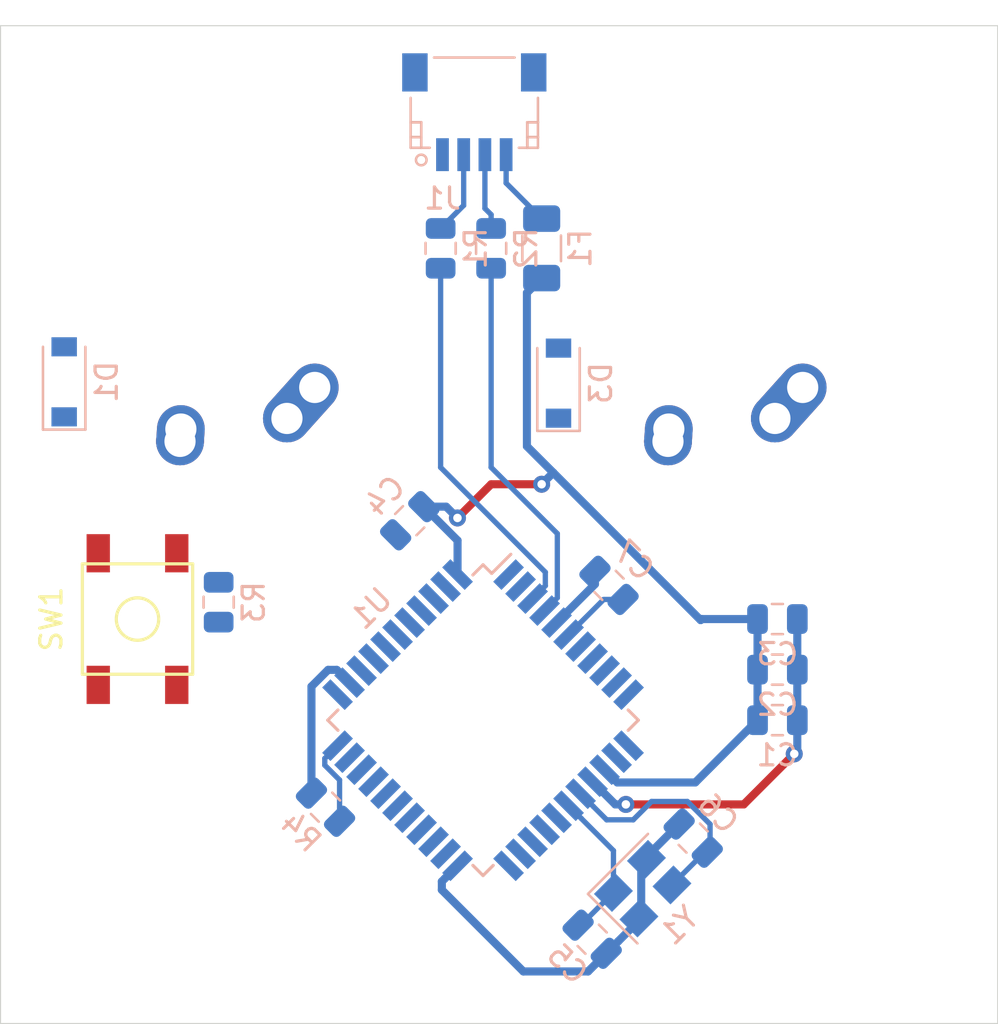
<source format=kicad_pcb>
(kicad_pcb (version 20171130) (host pcbnew "(5.1.4)-1")

  (general
    (thickness 1.6)
    (drawings 4)
    (tracks 78)
    (zones 0)
    (modules 20)
    (nets 44)
  )

  (page A4)
  (layers
    (0 F.Cu signal)
    (31 B.Cu signal)
    (32 B.Adhes user)
    (33 F.Adhes user)
    (34 B.Paste user)
    (35 F.Paste user)
    (36 B.SilkS user)
    (37 F.SilkS user)
    (38 B.Mask user)
    (39 F.Mask user)
    (40 Dwgs.User user)
    (41 Cmts.User user)
    (42 Eco1.User user)
    (43 Eco2.User user)
    (44 Edge.Cuts user)
    (45 Margin user)
    (46 B.CrtYd user)
    (47 F.CrtYd user)
    (48 B.Fab user)
    (49 F.Fab user)
  )

  (setup
    (last_trace_width 0.25)
    (trace_clearance 0.2)
    (zone_clearance 0.508)
    (zone_45_only no)
    (trace_min 0.2)
    (via_size 0.8)
    (via_drill 0.4)
    (via_min_size 0.4)
    (via_min_drill 0.3)
    (uvia_size 0.3)
    (uvia_drill 0.1)
    (uvias_allowed no)
    (uvia_min_size 0.2)
    (uvia_min_drill 0.1)
    (edge_width 0.05)
    (segment_width 0.2)
    (pcb_text_width 0.3)
    (pcb_text_size 1.5 1.5)
    (mod_edge_width 0.12)
    (mod_text_size 1 1)
    (mod_text_width 0.15)
    (pad_size 1.524 1.524)
    (pad_drill 0.762)
    (pad_to_mask_clearance 0.051)
    (solder_mask_min_width 0.25)
    (aux_axis_origin 0 0)
    (visible_elements 7FFFFFFF)
    (pcbplotparams
      (layerselection 0x010fc_ffffffff)
      (usegerberextensions false)
      (usegerberattributes false)
      (usegerberadvancedattributes false)
      (creategerberjobfile false)
      (excludeedgelayer true)
      (linewidth 0.100000)
      (plotframeref false)
      (viasonmask false)
      (mode 1)
      (useauxorigin false)
      (hpglpennumber 1)
      (hpglpenspeed 20)
      (hpglpendiameter 15.000000)
      (psnegative false)
      (psa4output false)
      (plotreference true)
      (plotvalue true)
      (plotinvisibletext false)
      (padsonsilk false)
      (subtractmaskfromsilk false)
      (outputformat 1)
      (mirror false)
      (drillshape 1)
      (scaleselection 1)
      (outputdirectory ""))
  )

  (net 0 "")
  (net 1 GND)
  (net 2 +5V)
  (net 3 "Net-(C5-Pad1)")
  (net 4 "Net-(C6-Pad1)")
  (net 5 "Net-(C7-Pad1)")
  (net 6 "Net-(D1-Pad2)")
  (net 7 ROW0)
  (net 8 "Net-(D3-Pad2)")
  (net 9 VCC)
  (net 10 COL0)
  (net 11 COL1)
  (net 12 "Net-(R1-Pad1)")
  (net 13 "Net-(R2-Pad1)")
  (net 14 "Net-(R3-Pad2)")
  (net 15 "Net-(R4-Pad2)")
  (net 16 "Net-(U1-Pad42)")
  (net 17 "Net-(U1-Pad41)")
  (net 18 "Net-(U1-Pad40)")
  (net 19 "Net-(U1-Pad39)")
  (net 20 "Net-(U1-Pad38)")
  (net 21 "Net-(U1-Pad37)")
  (net 22 "Net-(U1-Pad36)")
  (net 23 "Net-(U1-Pad32)")
  (net 24 "Net-(U1-Pad31)")
  (net 25 "Net-(U1-Pad30)")
  (net 26 "Net-(U1-Pad29)")
  (net 27 "Net-(U1-Pad28)")
  (net 28 "Net-(U1-Pad27)")
  (net 29 "Net-(U1-Pad26)")
  (net 30 "Net-(U1-Pad25)")
  (net 31 "Net-(U1-Pad22)")
  (net 32 "Net-(U1-Pad21)")
  (net 33 "Net-(U1-Pad20)")
  (net 34 "Net-(U1-Pad19)")
  (net 35 "Net-(U1-Pad18)")
  (net 36 "Net-(U1-Pad12)")
  (net 37 "Net-(U1-Pad11)")
  (net 38 "Net-(U1-Pad10)")
  (net 39 "Net-(U1-Pad9)")
  (net 40 "Net-(U1-Pad8)")
  (net 41 "Net-(U1-Pad1)")
  (net 42 "Net-(J1-Pad3)")
  (net 43 "Net-(J1-Pad2)")

  (net_class Default "Ceci est la Netclass par défaut."
    (clearance 0.2)
    (trace_width 0.25)
    (via_dia 0.8)
    (via_drill 0.4)
    (uvia_dia 0.3)
    (uvia_drill 0.1)
    (add_net COL0)
    (add_net COL1)
    (add_net "Net-(C5-Pad1)")
    (add_net "Net-(C6-Pad1)")
    (add_net "Net-(C7-Pad1)")
    (add_net "Net-(D1-Pad2)")
    (add_net "Net-(D3-Pad2)")
    (add_net "Net-(J1-Pad2)")
    (add_net "Net-(J1-Pad3)")
    (add_net "Net-(R1-Pad1)")
    (add_net "Net-(R2-Pad1)")
    (add_net "Net-(R3-Pad2)")
    (add_net "Net-(R4-Pad2)")
    (add_net "Net-(U1-Pad1)")
    (add_net "Net-(U1-Pad10)")
    (add_net "Net-(U1-Pad11)")
    (add_net "Net-(U1-Pad12)")
    (add_net "Net-(U1-Pad18)")
    (add_net "Net-(U1-Pad19)")
    (add_net "Net-(U1-Pad20)")
    (add_net "Net-(U1-Pad21)")
    (add_net "Net-(U1-Pad22)")
    (add_net "Net-(U1-Pad25)")
    (add_net "Net-(U1-Pad26)")
    (add_net "Net-(U1-Pad27)")
    (add_net "Net-(U1-Pad28)")
    (add_net "Net-(U1-Pad29)")
    (add_net "Net-(U1-Pad30)")
    (add_net "Net-(U1-Pad31)")
    (add_net "Net-(U1-Pad32)")
    (add_net "Net-(U1-Pad36)")
    (add_net "Net-(U1-Pad37)")
    (add_net "Net-(U1-Pad38)")
    (add_net "Net-(U1-Pad39)")
    (add_net "Net-(U1-Pad40)")
    (add_net "Net-(U1-Pad41)")
    (add_net "Net-(U1-Pad42)")
    (add_net "Net-(U1-Pad8)")
    (add_net "Net-(U1-Pad9)")
    (add_net ROW0)
    (add_net VCC)
  )

  (net_class Power ""
    (clearance 0.2)
    (trace_width 0.381)
    (via_dia 0.8)
    (via_drill 0.4)
    (uvia_dia 0.3)
    (uvia_drill 0.1)
    (add_net +5V)
    (add_net GND)
  )

  (module Connectors_JST:JST_SH_SM04B-SRSS-TB_04x1.00mm_Angled (layer B.Cu) (tedit 56B07436) (tstamp 63E03245)
    (at 237.33125 84.1375)
    (descr http://www.jst-mfg.com/product/pdf/eng/eSH.pdf)
    (tags "connector jst sh")
    (path /63ECD72E)
    (attr smd)
    (fp_text reference J1 (at -1.5 4) (layer B.SilkS)
      (effects (font (size 1 1) (thickness 0.15)) (justify mirror))
    )
    (fp_text value Conn_01x04_Female (at 0 -4.5) (layer B.Fab)
      (effects (font (size 1 1) (thickness 0.15)) (justify mirror))
    )
    (fp_line (start 3.9 -3.35) (end -3.9 -3.35) (layer B.CrtYd) (width 0.05))
    (fp_line (start 3.9 3.25) (end 3.9 -3.35) (layer B.CrtYd) (width 0.05))
    (fp_line (start -3.9 3.25) (end 3.9 3.25) (layer B.CrtYd) (width 0.05))
    (fp_line (start -3.9 -3.35) (end -3.9 3.25) (layer B.CrtYd) (width 0.05))
    (fp_line (start 3 0.4125) (end 2.5 0.4125) (layer B.SilkS) (width 0.12))
    (fp_line (start 3 0.4125) (end 3 0.4125) (layer B.SilkS) (width 0.12))
    (fp_line (start 2.5 0.4125) (end 3 0.4125) (layer B.SilkS) (width 0.12))
    (fp_line (start 2.5 0.4125) (end 2.5 0.4125) (layer B.SilkS) (width 0.12))
    (fp_line (start 3 1.1125) (end 2.5 1.1125) (layer B.SilkS) (width 0.12))
    (fp_line (start 3 1.1125) (end 3 1.1125) (layer B.SilkS) (width 0.12))
    (fp_line (start 2.5 1.1125) (end 3 1.1125) (layer B.SilkS) (width 0.12))
    (fp_line (start 2.5 1.1125) (end 2.5 1.1125) (layer B.SilkS) (width 0.12))
    (fp_line (start 2.5 1.6125) (end 2.5 1.6125) (layer B.SilkS) (width 0.12))
    (fp_line (start 2.5 0.4125) (end 2.5 1.6125) (layer B.SilkS) (width 0.12))
    (fp_line (start 2.5 0.4125) (end 2.5 0.4125) (layer B.SilkS) (width 0.12))
    (fp_line (start 2.5 1.6125) (end 2.5 0.4125) (layer B.SilkS) (width 0.12))
    (fp_line (start 3 1.6125) (end 2.1 1.6125) (layer B.SilkS) (width 0.12))
    (fp_line (start 3 -0.7375) (end 3 1.6125) (layer B.SilkS) (width 0.12))
    (fp_line (start -3 0.4125) (end -2.5 0.4125) (layer B.SilkS) (width 0.12))
    (fp_line (start -3 0.4125) (end -3 0.4125) (layer B.SilkS) (width 0.12))
    (fp_line (start -2.5 0.4125) (end -3 0.4125) (layer B.SilkS) (width 0.12))
    (fp_line (start -2.5 0.4125) (end -2.5 0.4125) (layer B.SilkS) (width 0.12))
    (fp_line (start -3 1.1125) (end -2.5 1.1125) (layer B.SilkS) (width 0.12))
    (fp_line (start -3 1.1125) (end -3 1.1125) (layer B.SilkS) (width 0.12))
    (fp_line (start -2.5 1.1125) (end -3 1.1125) (layer B.SilkS) (width 0.12))
    (fp_line (start -2.5 1.1125) (end -2.5 1.1125) (layer B.SilkS) (width 0.12))
    (fp_line (start -2.5 1.6125) (end -2.5 1.6125) (layer B.SilkS) (width 0.12))
    (fp_line (start -2.5 0.4125) (end -2.5 1.6125) (layer B.SilkS) (width 0.12))
    (fp_line (start -2.5 0.4125) (end -2.5 0.4125) (layer B.SilkS) (width 0.12))
    (fp_line (start -2.5 1.6125) (end -2.5 0.4125) (layer B.SilkS) (width 0.12))
    (fp_line (start -3 1.6125) (end -2.1 1.6125) (layer B.SilkS) (width 0.12))
    (fp_line (start -3 -0.7375) (end -3 1.6125) (layer B.SilkS) (width 0.12))
    (fp_line (start -1.9 -2.6375) (end 1.9 -2.6375) (layer B.SilkS) (width 0.12))
    (fp_circle (center -2.5 2.1875) (end -2.25 2.1875) (layer B.SilkS) (width 0.12))
    (pad "" smd rect (at 2.8 -1.9375) (size 1.2 1.8) (layers B.Cu B.Paste B.Mask))
    (pad "" smd rect (at -2.8 -1.9375) (size 1.2 1.8) (layers B.Cu B.Paste B.Mask))
    (pad 4 smd rect (at 1.5 1.9375) (size 0.6 1.55) (layers B.Cu B.Paste B.Mask)
      (net 9 VCC))
    (pad 3 smd rect (at 0.5 1.9375) (size 0.6 1.55) (layers B.Cu B.Paste B.Mask)
      (net 42 "Net-(J1-Pad3)"))
    (pad 2 smd rect (at -0.5 1.9375) (size 0.6 1.55) (layers B.Cu B.Paste B.Mask)
      (net 43 "Net-(J1-Pad2)"))
    (pad 1 smd rect (at -1.5 1.9375) (size 0.6 1.55) (layers B.Cu B.Paste B.Mask)
      (net 1 GND))
  )

  (module Crystal:Crystal_SMD_3225-4Pin_3.2x2.5mm (layer B.Cu) (tedit 5A0FD1B2) (tstamp 63E05FDF)
    (at 245.26875 120.65 45)
    (descr "SMD Crystal SERIES SMD3225/4 http://www.txccrystal.com/images/pdf/7m-accuracy.pdf, 3.2x2.5mm^2 package")
    (tags "SMD SMT crystal")
    (path /63E23BFD)
    (attr smd)
    (fp_text reference Y1 (at 0 2.45 45) (layer B.SilkS)
      (effects (font (size 1 1) (thickness 0.15)) (justify mirror))
    )
    (fp_text value Crystal_GND24_Small (at 0 -2.45 45) (layer B.Fab)
      (effects (font (size 1 1) (thickness 0.15)) (justify mirror))
    )
    (fp_line (start 2.1 1.7) (end -2.1 1.7) (layer B.CrtYd) (width 0.05))
    (fp_line (start 2.1 -1.7) (end 2.1 1.7) (layer B.CrtYd) (width 0.05))
    (fp_line (start -2.1 -1.7) (end 2.1 -1.7) (layer B.CrtYd) (width 0.05))
    (fp_line (start -2.1 1.7) (end -2.1 -1.7) (layer B.CrtYd) (width 0.05))
    (fp_line (start -2 -1.65) (end 2 -1.65) (layer B.SilkS) (width 0.12))
    (fp_line (start -2 1.65) (end -2 -1.65) (layer B.SilkS) (width 0.12))
    (fp_line (start -1.6 -0.25) (end -0.6 -1.25) (layer B.Fab) (width 0.1))
    (fp_line (start 1.6 1.25) (end -1.6 1.25) (layer B.Fab) (width 0.1))
    (fp_line (start 1.6 -1.25) (end 1.6 1.25) (layer B.Fab) (width 0.1))
    (fp_line (start -1.6 -1.25) (end 1.6 -1.25) (layer B.Fab) (width 0.1))
    (fp_line (start -1.6 1.25) (end -1.6 -1.25) (layer B.Fab) (width 0.1))
    (fp_text user %R (at 0 0 45) (layer B.Fab)
      (effects (font (size 0.7 0.7) (thickness 0.105)) (justify mirror))
    )
    (pad 4 smd rect (at -1.1 0.85 45) (size 1.4 1.2) (layers B.Cu B.Paste B.Mask)
      (net 1 GND))
    (pad 3 smd rect (at 1.1 0.85 45) (size 1.4 1.2) (layers B.Cu B.Paste B.Mask)
      (net 4 "Net-(C6-Pad1)"))
    (pad 2 smd rect (at 1.1 -0.85 45) (size 1.4 1.2) (layers B.Cu B.Paste B.Mask)
      (net 1 GND))
    (pad 1 smd rect (at -1.1 -0.85 45) (size 1.4 1.2) (layers B.Cu B.Paste B.Mask)
      (net 3 "Net-(C5-Pad1)"))
    (model ${KISYS3DMOD}/Crystal.3dshapes/Crystal_SMD_3225-4Pin_3.2x2.5mm.wrl
      (at (xyz 0 0 0))
      (scale (xyz 1 1 1))
      (rotate (xyz 0 0 0))
    )
  )

  (module Package_QFP:TQFP-44_10x10mm_P0.8mm (layer B.Cu) (tedit 5A02F146) (tstamp 63DFB583)
    (at 237.744 112.7125 225)
    (descr "44-Lead Plastic Thin Quad Flatpack (PT) - 10x10x1.0 mm Body [TQFP] (see Microchip Packaging Specification 00000049BS.pdf)")
    (tags "QFP 0.8")
    (path /63DFA3BE)
    (attr smd)
    (fp_text reference U1 (at 0 7.45 45) (layer B.SilkS)
      (effects (font (size 1 1) (thickness 0.15)) (justify mirror))
    )
    (fp_text value ATmega32U4-AU (at 0 -7.45 45) (layer B.Fab)
      (effects (font (size 1 1) (thickness 0.15)) (justify mirror))
    )
    (fp_line (start -5.175 4.6) (end -6.45 4.6) (layer B.SilkS) (width 0.15))
    (fp_line (start 5.175 5.175) (end 4.5 5.175) (layer B.SilkS) (width 0.15))
    (fp_line (start 5.175 -5.175) (end 4.5 -5.175) (layer B.SilkS) (width 0.15))
    (fp_line (start -5.175 -5.175) (end -4.5 -5.175) (layer B.SilkS) (width 0.15))
    (fp_line (start -5.175 5.175) (end -4.5 5.175) (layer B.SilkS) (width 0.15))
    (fp_line (start -5.175 -5.175) (end -5.175 -4.5) (layer B.SilkS) (width 0.15))
    (fp_line (start 5.175 -5.175) (end 5.175 -4.5) (layer B.SilkS) (width 0.15))
    (fp_line (start 5.175 5.175) (end 5.175 4.5) (layer B.SilkS) (width 0.15))
    (fp_line (start -5.175 5.175) (end -5.175 4.6) (layer B.SilkS) (width 0.15))
    (fp_line (start -6.7 -6.7) (end 6.7 -6.7) (layer B.CrtYd) (width 0.05))
    (fp_line (start -6.7 6.7) (end 6.7 6.7) (layer B.CrtYd) (width 0.05))
    (fp_line (start 6.7 6.7) (end 6.7 -6.7) (layer B.CrtYd) (width 0.05))
    (fp_line (start -6.7 6.7) (end -6.7 -6.7) (layer B.CrtYd) (width 0.05))
    (fp_line (start -5 4) (end -4 5) (layer B.Fab) (width 0.15))
    (fp_line (start -5 -5) (end -5 4) (layer B.Fab) (width 0.15))
    (fp_line (start 5 -5) (end -5 -5) (layer B.Fab) (width 0.15))
    (fp_line (start 5 5) (end 5 -5) (layer B.Fab) (width 0.15))
    (fp_line (start -4 5) (end 5 5) (layer B.Fab) (width 0.15))
    (fp_text user %R (at 0.118999 -0.513999 45) (layer B.Fab)
      (effects (font (size 1 1) (thickness 0.15)) (justify mirror))
    )
    (pad 44 smd rect (at -4 5.7 135) (size 1.5 0.55) (layers B.Cu B.Paste B.Mask)
      (net 2 +5V))
    (pad 43 smd rect (at -3.2 5.7 135) (size 1.5 0.55) (layers B.Cu B.Paste B.Mask)
      (net 1 GND))
    (pad 42 smd rect (at -2.4 5.7 135) (size 1.5 0.55) (layers B.Cu B.Paste B.Mask)
      (net 16 "Net-(U1-Pad42)"))
    (pad 41 smd rect (at -1.6 5.7 135) (size 1.5 0.55) (layers B.Cu B.Paste B.Mask)
      (net 17 "Net-(U1-Pad41)"))
    (pad 40 smd rect (at -0.8 5.7 135) (size 1.5 0.55) (layers B.Cu B.Paste B.Mask)
      (net 18 "Net-(U1-Pad40)"))
    (pad 39 smd rect (at 0 5.7 135) (size 1.5 0.55) (layers B.Cu B.Paste B.Mask)
      (net 19 "Net-(U1-Pad39)"))
    (pad 38 smd rect (at 0.8 5.7 135) (size 1.5 0.55) (layers B.Cu B.Paste B.Mask)
      (net 20 "Net-(U1-Pad38)"))
    (pad 37 smd rect (at 1.6 5.7 135) (size 1.5 0.55) (layers B.Cu B.Paste B.Mask)
      (net 21 "Net-(U1-Pad37)"))
    (pad 36 smd rect (at 2.4 5.7 135) (size 1.5 0.55) (layers B.Cu B.Paste B.Mask)
      (net 22 "Net-(U1-Pad36)"))
    (pad 35 smd rect (at 3.2 5.7 135) (size 1.5 0.55) (layers B.Cu B.Paste B.Mask)
      (net 1 GND))
    (pad 34 smd rect (at 4 5.7 135) (size 1.5 0.55) (layers B.Cu B.Paste B.Mask)
      (net 2 +5V))
    (pad 33 smd rect (at 5.7 4 225) (size 1.5 0.55) (layers B.Cu B.Paste B.Mask)
      (net 15 "Net-(R4-Pad2)"))
    (pad 32 smd rect (at 5.7 3.2 225) (size 1.5 0.55) (layers B.Cu B.Paste B.Mask)
      (net 23 "Net-(U1-Pad32)"))
    (pad 31 smd rect (at 5.7 2.4 225) (size 1.5 0.55) (layers B.Cu B.Paste B.Mask)
      (net 24 "Net-(U1-Pad31)"))
    (pad 30 smd rect (at 5.7 1.6 225) (size 1.5 0.55) (layers B.Cu B.Paste B.Mask)
      (net 25 "Net-(U1-Pad30)"))
    (pad 29 smd rect (at 5.7 0.8 225) (size 1.5 0.55) (layers B.Cu B.Paste B.Mask)
      (net 26 "Net-(U1-Pad29)"))
    (pad 28 smd rect (at 5.7 0 225) (size 1.5 0.55) (layers B.Cu B.Paste B.Mask)
      (net 27 "Net-(U1-Pad28)"))
    (pad 27 smd rect (at 5.7 -0.8 225) (size 1.5 0.55) (layers B.Cu B.Paste B.Mask)
      (net 28 "Net-(U1-Pad27)"))
    (pad 26 smd rect (at 5.7 -1.6 225) (size 1.5 0.55) (layers B.Cu B.Paste B.Mask)
      (net 29 "Net-(U1-Pad26)"))
    (pad 25 smd rect (at 5.7 -2.4 225) (size 1.5 0.55) (layers B.Cu B.Paste B.Mask)
      (net 30 "Net-(U1-Pad25)"))
    (pad 24 smd rect (at 5.7 -3.2 225) (size 1.5 0.55) (layers B.Cu B.Paste B.Mask)
      (net 2 +5V))
    (pad 23 smd rect (at 5.7 -4 225) (size 1.5 0.55) (layers B.Cu B.Paste B.Mask)
      (net 1 GND))
    (pad 22 smd rect (at 4 -5.7 135) (size 1.5 0.55) (layers B.Cu B.Paste B.Mask)
      (net 31 "Net-(U1-Pad22)"))
    (pad 21 smd rect (at 3.2 -5.7 135) (size 1.5 0.55) (layers B.Cu B.Paste B.Mask)
      (net 32 "Net-(U1-Pad21)"))
    (pad 20 smd rect (at 2.4 -5.7 135) (size 1.5 0.55) (layers B.Cu B.Paste B.Mask)
      (net 33 "Net-(U1-Pad20)"))
    (pad 19 smd rect (at 1.6 -5.7 135) (size 1.5 0.55) (layers B.Cu B.Paste B.Mask)
      (net 34 "Net-(U1-Pad19)"))
    (pad 18 smd rect (at 0.8 -5.7 135) (size 1.5 0.55) (layers B.Cu B.Paste B.Mask)
      (net 35 "Net-(U1-Pad18)"))
    (pad 17 smd rect (at 0 -5.7 135) (size 1.5 0.55) (layers B.Cu B.Paste B.Mask)
      (net 3 "Net-(C5-Pad1)"))
    (pad 16 smd rect (at -0.8 -5.7 135) (size 1.5 0.55) (layers B.Cu B.Paste B.Mask)
      (net 4 "Net-(C6-Pad1)"))
    (pad 15 smd rect (at -1.6 -5.7 135) (size 1.5 0.55) (layers B.Cu B.Paste B.Mask)
      (net 1 GND))
    (pad 14 smd rect (at -2.4 -5.7 135) (size 1.5 0.55) (layers B.Cu B.Paste B.Mask)
      (net 2 +5V))
    (pad 13 smd rect (at -3.2 -5.7 135) (size 1.5 0.55) (layers B.Cu B.Paste B.Mask)
      (net 14 "Net-(R3-Pad2)"))
    (pad 12 smd rect (at -4 -5.7 135) (size 1.5 0.55) (layers B.Cu B.Paste B.Mask)
      (net 36 "Net-(U1-Pad12)"))
    (pad 11 smd rect (at -5.7 -4 225) (size 1.5 0.55) (layers B.Cu B.Paste B.Mask)
      (net 37 "Net-(U1-Pad11)"))
    (pad 10 smd rect (at -5.7 -3.2 225) (size 1.5 0.55) (layers B.Cu B.Paste B.Mask)
      (net 38 "Net-(U1-Pad10)"))
    (pad 9 smd rect (at -5.7 -2.4 225) (size 1.5 0.55) (layers B.Cu B.Paste B.Mask)
      (net 39 "Net-(U1-Pad9)"))
    (pad 8 smd rect (at -5.7 -1.6 225) (size 1.5 0.55) (layers B.Cu B.Paste B.Mask)
      (net 40 "Net-(U1-Pad8)"))
    (pad 7 smd rect (at -5.7 -0.8 225) (size 1.5 0.55) (layers B.Cu B.Paste B.Mask)
      (net 2 +5V))
    (pad 6 smd rect (at -5.7 0 225) (size 1.5 0.55) (layers B.Cu B.Paste B.Mask)
      (net 5 "Net-(C7-Pad1)"))
    (pad 5 smd rect (at -5.7 0.8 225) (size 1.5 0.55) (layers B.Cu B.Paste B.Mask)
      (net 1 GND))
    (pad 4 smd rect (at -5.7 1.6 225) (size 1.5 0.55) (layers B.Cu B.Paste B.Mask)
      (net 13 "Net-(R2-Pad1)"))
    (pad 3 smd rect (at -5.7 2.4 225) (size 1.5 0.55) (layers B.Cu B.Paste B.Mask)
      (net 12 "Net-(R1-Pad1)"))
    (pad 2 smd rect (at -5.7 3.2 225) (size 1.5 0.55) (layers B.Cu B.Paste B.Mask)
      (net 2 +5V))
    (pad 1 smd rect (at -5.7 4 225) (size 1.5 0.55) (layers B.Cu B.Paste B.Mask)
      (net 41 "Net-(U1-Pad1)"))
    (model ${KISYS3DMOD}/Package_QFP.3dshapes/TQFP-44_10x10mm_P0.8mm.wrl
      (at (xyz 0 0 0))
      (scale (xyz 1 1 1))
      (rotate (xyz 0 0 0))
    )
  )

  (module random-keyboard-parts:SKQG-1155865 (layer F.Cu) (tedit 5E62B398) (tstamp 63DFB540)
    (at 221.45625 107.95 270)
    (path /63E3077A)
    (attr smd)
    (fp_text reference SW1 (at 0 4.064 90) (layer F.SilkS)
      (effects (font (size 1 1) (thickness 0.15)))
    )
    (fp_text value SW_Push (at 0 -4.064 90) (layer F.Fab)
      (effects (font (size 1 1) (thickness 0.15)))
    )
    (fp_line (start -2.6 -2.6) (end 2.6 -2.6) (layer F.SilkS) (width 0.15))
    (fp_line (start 2.6 -2.6) (end 2.6 2.6) (layer F.SilkS) (width 0.15))
    (fp_line (start 2.6 2.6) (end -2.6 2.6) (layer F.SilkS) (width 0.15))
    (fp_line (start -2.6 2.6) (end -2.6 -2.6) (layer F.SilkS) (width 0.15))
    (fp_circle (center 0 0) (end 1 0) (layer F.SilkS) (width 0.15))
    (fp_line (start -4.2 -2.6) (end 4.2 -2.6) (layer F.Fab) (width 0.15))
    (fp_line (start 4.2 -2.6) (end 4.2 -1.2) (layer F.Fab) (width 0.15))
    (fp_line (start 4.2 -1.1) (end 2.6 -1.1) (layer F.Fab) (width 0.15))
    (fp_line (start 2.6 -1.1) (end 2.6 1.1) (layer F.Fab) (width 0.15))
    (fp_line (start 2.6 1.1) (end 4.2 1.1) (layer F.Fab) (width 0.15))
    (fp_line (start 4.2 1.1) (end 4.2 2.6) (layer F.Fab) (width 0.15))
    (fp_line (start 4.2 2.6) (end -4.2 2.6) (layer F.Fab) (width 0.15))
    (fp_line (start -4.2 2.6) (end -4.2 1.1) (layer F.Fab) (width 0.15))
    (fp_line (start -4.2 1.1) (end -2.6 1.1) (layer F.Fab) (width 0.15))
    (fp_line (start -2.6 1.1) (end -2.6 -1.1) (layer F.Fab) (width 0.15))
    (fp_line (start -2.6 -1.1) (end -4.2 -1.1) (layer F.Fab) (width 0.15))
    (fp_line (start -4.2 -1.1) (end -4.2 -2.6) (layer F.Fab) (width 0.15))
    (fp_circle (center 0 0) (end 1 0) (layer F.Fab) (width 0.15))
    (fp_line (start -2.6 -1.1) (end -1.1 -2.6) (layer F.Fab) (width 0.15))
    (fp_line (start 2.6 -1.1) (end 1.1 -2.6) (layer F.Fab) (width 0.15))
    (fp_line (start 2.6 1.1) (end 1.1 2.6) (layer F.Fab) (width 0.15))
    (fp_line (start -2.6 1.1) (end -1.1 2.6) (layer F.Fab) (width 0.15))
    (pad 4 smd rect (at -3.1 1.85 270) (size 1.8 1.1) (layers F.Cu F.Paste F.Mask))
    (pad 3 smd rect (at 3.1 -1.85 270) (size 1.8 1.1) (layers F.Cu F.Paste F.Mask))
    (pad 2 smd rect (at -3.1 -1.85 270) (size 1.8 1.1) (layers F.Cu F.Paste F.Mask)
      (net 14 "Net-(R3-Pad2)"))
    (pad 1 smd rect (at 3.1 1.85 270) (size 1.8 1.1) (layers F.Cu F.Paste F.Mask)
      (net 1 GND))
    (model ${KISYS3DMOD}/Button_Switch_SMD.3dshapes/SW_SPST_TL3342.step
      (at (xyz 0 0 0))
      (scale (xyz 1 1 1))
      (rotate (xyz 0 0 0))
    )
  )

  (module Resistor_SMD:R_0805_2012Metric (layer B.Cu) (tedit 5B36C52B) (tstamp 63DFB522)
    (at 230.318337 116.812087 315)
    (descr "Resistor SMD 0805 (2012 Metric), square (rectangular) end terminal, IPC_7351 nominal, (Body size source: https://docs.google.com/spreadsheets/d/1BsfQQcO9C6DZCsRaXUlFlo91Tg2WpOkGARC1WS5S8t0/edit?usp=sharing), generated with kicad-footprint-generator")
    (tags resistor)
    (path /63E0B64E)
    (attr smd)
    (fp_text reference R4 (at 0 1.65 135) (layer B.SilkS)
      (effects (font (size 1 1) (thickness 0.15)) (justify mirror))
    )
    (fp_text value 10k (at 0 -1.65 135) (layer B.Fab)
      (effects (font (size 1 1) (thickness 0.15)) (justify mirror))
    )
    (fp_text user %R (at 0 0 135) (layer B.Fab)
      (effects (font (size 0.5 0.5) (thickness 0.08)) (justify mirror))
    )
    (fp_line (start 1.68 -0.95) (end -1.68 -0.95) (layer B.CrtYd) (width 0.05))
    (fp_line (start 1.68 0.95) (end 1.68 -0.95) (layer B.CrtYd) (width 0.05))
    (fp_line (start -1.68 0.95) (end 1.68 0.95) (layer B.CrtYd) (width 0.05))
    (fp_line (start -1.68 -0.95) (end -1.68 0.95) (layer B.CrtYd) (width 0.05))
    (fp_line (start -0.258578 -0.71) (end 0.258578 -0.71) (layer B.SilkS) (width 0.12))
    (fp_line (start -0.258578 0.71) (end 0.258578 0.71) (layer B.SilkS) (width 0.12))
    (fp_line (start 1 -0.6) (end -1 -0.6) (layer B.Fab) (width 0.1))
    (fp_line (start 1 0.6) (end 1 -0.6) (layer B.Fab) (width 0.1))
    (fp_line (start -1 0.6) (end 1 0.6) (layer B.Fab) (width 0.1))
    (fp_line (start -1 -0.6) (end -1 0.6) (layer B.Fab) (width 0.1))
    (pad 2 smd roundrect (at 0.9375 0 315) (size 0.975 1.4) (layers B.Cu B.Paste B.Mask) (roundrect_rratio 0.25)
      (net 15 "Net-(R4-Pad2)"))
    (pad 1 smd roundrect (at -0.9375 0 315) (size 0.975 1.4) (layers B.Cu B.Paste B.Mask) (roundrect_rratio 0.25)
      (net 1 GND))
    (model ${KISYS3DMOD}/Resistor_SMD.3dshapes/R_0805_2012Metric.wrl
      (at (xyz 0 0 0))
      (scale (xyz 1 1 1))
      (rotate (xyz 0 0 0))
    )
  )

  (module Resistor_SMD:R_0805_2012Metric (layer B.Cu) (tedit 5B36C52B) (tstamp 63DFB511)
    (at 225.28125 107.15625 90)
    (descr "Resistor SMD 0805 (2012 Metric), square (rectangular) end terminal, IPC_7351 nominal, (Body size source: https://docs.google.com/spreadsheets/d/1BsfQQcO9C6DZCsRaXUlFlo91Tg2WpOkGARC1WS5S8t0/edit?usp=sharing), generated with kicad-footprint-generator")
    (tags resistor)
    (path /63E32FCC)
    (attr smd)
    (fp_text reference R3 (at 0 1.65 90) (layer B.SilkS)
      (effects (font (size 1 1) (thickness 0.15)) (justify mirror))
    )
    (fp_text value 10k (at 0 -1.65 90) (layer B.Fab)
      (effects (font (size 1 1) (thickness 0.15)) (justify mirror))
    )
    (fp_text user %R (at 0 0 90) (layer B.Fab)
      (effects (font (size 0.5 0.5) (thickness 0.08)) (justify mirror))
    )
    (fp_line (start 1.68 -0.95) (end -1.68 -0.95) (layer B.CrtYd) (width 0.05))
    (fp_line (start 1.68 0.95) (end 1.68 -0.95) (layer B.CrtYd) (width 0.05))
    (fp_line (start -1.68 0.95) (end 1.68 0.95) (layer B.CrtYd) (width 0.05))
    (fp_line (start -1.68 -0.95) (end -1.68 0.95) (layer B.CrtYd) (width 0.05))
    (fp_line (start -0.258578 -0.71) (end 0.258578 -0.71) (layer B.SilkS) (width 0.12))
    (fp_line (start -0.258578 0.71) (end 0.258578 0.71) (layer B.SilkS) (width 0.12))
    (fp_line (start 1 -0.6) (end -1 -0.6) (layer B.Fab) (width 0.1))
    (fp_line (start 1 0.6) (end 1 -0.6) (layer B.Fab) (width 0.1))
    (fp_line (start -1 0.6) (end 1 0.6) (layer B.Fab) (width 0.1))
    (fp_line (start -1 -0.6) (end -1 0.6) (layer B.Fab) (width 0.1))
    (pad 2 smd roundrect (at 0.9375 0 90) (size 0.975 1.4) (layers B.Cu B.Paste B.Mask) (roundrect_rratio 0.25)
      (net 14 "Net-(R3-Pad2)"))
    (pad 1 smd roundrect (at -0.9375 0 90) (size 0.975 1.4) (layers B.Cu B.Paste B.Mask) (roundrect_rratio 0.25)
      (net 2 +5V))
    (model ${KISYS3DMOD}/Resistor_SMD.3dshapes/R_0805_2012Metric.wrl
      (at (xyz 0 0 0))
      (scale (xyz 1 1 1))
      (rotate (xyz 0 0 0))
    )
  )

  (module Resistor_SMD:R_0805_2012Metric (layer B.Cu) (tedit 5B36C52B) (tstamp 63DFB500)
    (at 238.125 90.4875 90)
    (descr "Resistor SMD 0805 (2012 Metric), square (rectangular) end terminal, IPC_7351 nominal, (Body size source: https://docs.google.com/spreadsheets/d/1BsfQQcO9C6DZCsRaXUlFlo91Tg2WpOkGARC1WS5S8t0/edit?usp=sharing), generated with kicad-footprint-generator")
    (tags resistor)
    (path /63E0E2B5)
    (attr smd)
    (fp_text reference R2 (at 0 1.65 270) (layer B.SilkS)
      (effects (font (size 1 1) (thickness 0.15)) (justify mirror))
    )
    (fp_text value 22 (at 0 -1.65 270) (layer B.Fab)
      (effects (font (size 1 1) (thickness 0.15)) (justify mirror))
    )
    (fp_text user %R (at 0 0 270) (layer B.Fab)
      (effects (font (size 0.5 0.5) (thickness 0.08)) (justify mirror))
    )
    (fp_line (start 1.68 -0.95) (end -1.68 -0.95) (layer B.CrtYd) (width 0.05))
    (fp_line (start 1.68 0.95) (end 1.68 -0.95) (layer B.CrtYd) (width 0.05))
    (fp_line (start -1.68 0.95) (end 1.68 0.95) (layer B.CrtYd) (width 0.05))
    (fp_line (start -1.68 -0.95) (end -1.68 0.95) (layer B.CrtYd) (width 0.05))
    (fp_line (start -0.258578 -0.71) (end 0.258578 -0.71) (layer B.SilkS) (width 0.12))
    (fp_line (start -0.258578 0.71) (end 0.258578 0.71) (layer B.SilkS) (width 0.12))
    (fp_line (start 1 -0.6) (end -1 -0.6) (layer B.Fab) (width 0.1))
    (fp_line (start 1 0.6) (end 1 -0.6) (layer B.Fab) (width 0.1))
    (fp_line (start -1 0.6) (end 1 0.6) (layer B.Fab) (width 0.1))
    (fp_line (start -1 -0.6) (end -1 0.6) (layer B.Fab) (width 0.1))
    (pad 2 smd roundrect (at 0.9375 0 90) (size 0.975 1.4) (layers B.Cu B.Paste B.Mask) (roundrect_rratio 0.25)
      (net 42 "Net-(J1-Pad3)"))
    (pad 1 smd roundrect (at -0.9375 0 90) (size 0.975 1.4) (layers B.Cu B.Paste B.Mask) (roundrect_rratio 0.25)
      (net 13 "Net-(R2-Pad1)"))
    (model ${KISYS3DMOD}/Resistor_SMD.3dshapes/R_0805_2012Metric.wrl
      (at (xyz 0 0 0))
      (scale (xyz 1 1 1))
      (rotate (xyz 0 0 0))
    )
  )

  (module Resistor_SMD:R_0805_2012Metric (layer B.Cu) (tedit 5B36C52B) (tstamp 63DFB4EF)
    (at 235.74375 90.4875 90)
    (descr "Resistor SMD 0805 (2012 Metric), square (rectangular) end terminal, IPC_7351 nominal, (Body size source: https://docs.google.com/spreadsheets/d/1BsfQQcO9C6DZCsRaXUlFlo91Tg2WpOkGARC1WS5S8t0/edit?usp=sharing), generated with kicad-footprint-generator")
    (tags resistor)
    (path /63E0F81B)
    (attr smd)
    (fp_text reference R1 (at 0 1.65 270) (layer B.SilkS)
      (effects (font (size 1 1) (thickness 0.15)) (justify mirror))
    )
    (fp_text value 22 (at 0 -1.65 270) (layer B.Fab)
      (effects (font (size 1 1) (thickness 0.15)) (justify mirror))
    )
    (fp_text user %R (at 0 0 270) (layer B.Fab)
      (effects (font (size 0.5 0.5) (thickness 0.08)) (justify mirror))
    )
    (fp_line (start 1.68 -0.95) (end -1.68 -0.95) (layer B.CrtYd) (width 0.05))
    (fp_line (start 1.68 0.95) (end 1.68 -0.95) (layer B.CrtYd) (width 0.05))
    (fp_line (start -1.68 0.95) (end 1.68 0.95) (layer B.CrtYd) (width 0.05))
    (fp_line (start -1.68 -0.95) (end -1.68 0.95) (layer B.CrtYd) (width 0.05))
    (fp_line (start -0.258578 -0.71) (end 0.258578 -0.71) (layer B.SilkS) (width 0.12))
    (fp_line (start -0.258578 0.71) (end 0.258578 0.71) (layer B.SilkS) (width 0.12))
    (fp_line (start 1 -0.6) (end -1 -0.6) (layer B.Fab) (width 0.1))
    (fp_line (start 1 0.6) (end 1 -0.6) (layer B.Fab) (width 0.1))
    (fp_line (start -1 0.6) (end 1 0.6) (layer B.Fab) (width 0.1))
    (fp_line (start -1 -0.6) (end -1 0.6) (layer B.Fab) (width 0.1))
    (pad 2 smd roundrect (at 0.9375 0 90) (size 0.975 1.4) (layers B.Cu B.Paste B.Mask) (roundrect_rratio 0.25)
      (net 43 "Net-(J1-Pad2)"))
    (pad 1 smd roundrect (at -0.9375 0 90) (size 0.975 1.4) (layers B.Cu B.Paste B.Mask) (roundrect_rratio 0.25)
      (net 12 "Net-(R1-Pad1)"))
    (model ${KISYS3DMOD}/Resistor_SMD.3dshapes/R_0805_2012Metric.wrl
      (at (xyz 0 0 0))
      (scale (xyz 1 1 1))
      (rotate (xyz 0 0 0))
    )
  )

  (module MX_Alps_Hybrid:MX-1U-NoLED (layer F.Cu) (tedit 5A9F5203) (tstamp 63DFB4C7)
    (at 249 94.5 180)
    (path /63E4A1BA)
    (fp_text reference MX3 (at 0 3.175) (layer Dwgs.User)
      (effects (font (size 1 1) (thickness 0.15)))
    )
    (fp_text value MX-NoLED (at 0 -7.9375) (layer Dwgs.User)
      (effects (font (size 1 1) (thickness 0.15)))
    )
    (fp_line (start -9.525 9.525) (end -9.525 -9.525) (layer Dwgs.User) (width 0.15))
    (fp_line (start 9.525 9.525) (end -9.525 9.525) (layer Dwgs.User) (width 0.15))
    (fp_line (start 9.525 -9.525) (end 9.525 9.525) (layer Dwgs.User) (width 0.15))
    (fp_line (start -9.525 -9.525) (end 9.525 -9.525) (layer Dwgs.User) (width 0.15))
    (fp_line (start -7 -7) (end -7 -5) (layer Dwgs.User) (width 0.15))
    (fp_line (start -5 -7) (end -7 -7) (layer Dwgs.User) (width 0.15))
    (fp_line (start -7 7) (end -5 7) (layer Dwgs.User) (width 0.15))
    (fp_line (start -7 5) (end -7 7) (layer Dwgs.User) (width 0.15))
    (fp_line (start 7 7) (end 7 5) (layer Dwgs.User) (width 0.15))
    (fp_line (start 5 7) (end 7 7) (layer Dwgs.User) (width 0.15))
    (fp_line (start 7 -7) (end 7 -5) (layer Dwgs.User) (width 0.15))
    (fp_line (start 5 -7) (end 7 -7) (layer Dwgs.User) (width 0.15))
    (pad "" np_thru_hole circle (at 5.08 0 228.0996) (size 1.75 1.75) (drill 1.75) (layers *.Cu *.Mask))
    (pad "" np_thru_hole circle (at -5.08 0 228.0996) (size 1.75 1.75) (drill 1.75) (layers *.Cu *.Mask))
    (pad 1 thru_hole circle (at -2.5 -4 180) (size 2.25 2.25) (drill 1.47) (layers *.Cu B.Mask)
      (net 11 COL1))
    (pad "" np_thru_hole circle (at 0 0 180) (size 3.9878 3.9878) (drill 3.9878) (layers *.Cu *.Mask))
    (pad 1 thru_hole oval (at -3.81 -2.54 228.0996) (size 4.211556 2.25) (drill 1.47 (offset 0.980778 0)) (layers *.Cu B.Mask)
      (net 11 COL1))
    (pad 2 thru_hole circle (at 2.54 -5.08 180) (size 2.25 2.25) (drill 1.47) (layers *.Cu B.Mask)
      (net 8 "Net-(D3-Pad2)"))
    (pad 2 thru_hole oval (at 2.5 -4.5 266.0548) (size 2.831378 2.25) (drill 1.47 (offset 0.290689 0)) (layers *.Cu B.Mask)
      (net 8 "Net-(D3-Pad2)"))
  )

  (module MX_Alps_Hybrid:MX-1U-NoLED (layer F.Cu) (tedit 5A9F5203) (tstamp 63DFB499)
    (at 226 94.5 180)
    (path /63E3F8D4)
    (fp_text reference MX1 (at 0 3.175) (layer Dwgs.User)
      (effects (font (size 1 1) (thickness 0.15)))
    )
    (fp_text value MX-NoLED (at 0 -7.9375) (layer Dwgs.User)
      (effects (font (size 1 1) (thickness 0.15)))
    )
    (fp_line (start -9.525 9.525) (end -9.525 -9.525) (layer Dwgs.User) (width 0.15))
    (fp_line (start 9.525 9.525) (end -9.525 9.525) (layer Dwgs.User) (width 0.15))
    (fp_line (start 9.525 -9.525) (end 9.525 9.525) (layer Dwgs.User) (width 0.15))
    (fp_line (start -9.525 -9.525) (end 9.525 -9.525) (layer Dwgs.User) (width 0.15))
    (fp_line (start -7 -7) (end -7 -5) (layer Dwgs.User) (width 0.15))
    (fp_line (start -5 -7) (end -7 -7) (layer Dwgs.User) (width 0.15))
    (fp_line (start -7 7) (end -5 7) (layer Dwgs.User) (width 0.15))
    (fp_line (start -7 5) (end -7 7) (layer Dwgs.User) (width 0.15))
    (fp_line (start 7 7) (end 7 5) (layer Dwgs.User) (width 0.15))
    (fp_line (start 5 7) (end 7 7) (layer Dwgs.User) (width 0.15))
    (fp_line (start 7 -7) (end 7 -5) (layer Dwgs.User) (width 0.15))
    (fp_line (start 5 -7) (end 7 -7) (layer Dwgs.User) (width 0.15))
    (pad "" np_thru_hole circle (at 5.08 0 228.0996) (size 1.75 1.75) (drill 1.75) (layers *.Cu *.Mask))
    (pad "" np_thru_hole circle (at -5.08 0 228.0996) (size 1.75 1.75) (drill 1.75) (layers *.Cu *.Mask))
    (pad 1 thru_hole circle (at -2.5 -4 180) (size 2.25 2.25) (drill 1.47) (layers *.Cu B.Mask)
      (net 10 COL0))
    (pad "" np_thru_hole circle (at 0 0 180) (size 3.9878 3.9878) (drill 3.9878) (layers *.Cu *.Mask))
    (pad 1 thru_hole oval (at -3.81 -2.54 228.0996) (size 4.211556 2.25) (drill 1.47 (offset 0.980778 0)) (layers *.Cu B.Mask)
      (net 10 COL0))
    (pad 2 thru_hole circle (at 2.54 -5.08 180) (size 2.25 2.25) (drill 1.47) (layers *.Cu B.Mask)
      (net 6 "Net-(D1-Pad2)"))
    (pad 2 thru_hole oval (at 2.5 -4.5 266.0548) (size 2.831378 2.25) (drill 1.47 (offset 0.290689 0)) (layers *.Cu B.Mask)
      (net 6 "Net-(D1-Pad2)"))
  )

  (module Fuse:Fuse_1206_3216Metric (layer B.Cu) (tedit 5B301BBE) (tstamp 63DFB482)
    (at 240.50625 90.4875 90)
    (descr "Fuse SMD 1206 (3216 Metric), square (rectangular) end terminal, IPC_7351 nominal, (Body size source: http://www.tortai-tech.com/upload/download/2011102023233369053.pdf), generated with kicad-footprint-generator")
    (tags resistor)
    (path /63E38848)
    (attr smd)
    (fp_text reference F1 (at 0 1.82 270) (layer B.SilkS)
      (effects (font (size 1 1) (thickness 0.15)) (justify mirror))
    )
    (fp_text value Polyfuse (at 0 -1.82 270) (layer B.Fab)
      (effects (font (size 1 1) (thickness 0.15)) (justify mirror))
    )
    (fp_text user %R (at 0 0 270) (layer B.Fab)
      (effects (font (size 0.8 0.8) (thickness 0.12)) (justify mirror))
    )
    (fp_line (start 2.28 -1.12) (end -2.28 -1.12) (layer B.CrtYd) (width 0.05))
    (fp_line (start 2.28 1.12) (end 2.28 -1.12) (layer B.CrtYd) (width 0.05))
    (fp_line (start -2.28 1.12) (end 2.28 1.12) (layer B.CrtYd) (width 0.05))
    (fp_line (start -2.28 -1.12) (end -2.28 1.12) (layer B.CrtYd) (width 0.05))
    (fp_line (start -0.602064 -0.91) (end 0.602064 -0.91) (layer B.SilkS) (width 0.12))
    (fp_line (start -0.602064 0.91) (end 0.602064 0.91) (layer B.SilkS) (width 0.12))
    (fp_line (start 1.6 -0.8) (end -1.6 -0.8) (layer B.Fab) (width 0.1))
    (fp_line (start 1.6 0.8) (end 1.6 -0.8) (layer B.Fab) (width 0.1))
    (fp_line (start -1.6 0.8) (end 1.6 0.8) (layer B.Fab) (width 0.1))
    (fp_line (start -1.6 -0.8) (end -1.6 0.8) (layer B.Fab) (width 0.1))
    (pad 2 smd roundrect (at 1.4 0 90) (size 1.25 1.75) (layers B.Cu B.Paste B.Mask) (roundrect_rratio 0.2)
      (net 9 VCC))
    (pad 1 smd roundrect (at -1.4 0 90) (size 1.25 1.75) (layers B.Cu B.Paste B.Mask) (roundrect_rratio 0.2)
      (net 2 +5V))
    (model ${KISYS3DMOD}/Fuse.3dshapes/Fuse_1206_3216Metric.wrl
      (at (xyz 0 0 0))
      (scale (xyz 1 1 1))
      (rotate (xyz 0 0 0))
    )
  )

  (module Diode_SMD:D_SOD-123 (layer B.Cu) (tedit 58645DC7) (tstamp 63DFB458)
    (at 241.3 96.8375 90)
    (descr SOD-123)
    (tags SOD-123)
    (path /63E57EF8)
    (attr smd)
    (fp_text reference D3 (at 0 2 -90) (layer B.SilkS)
      (effects (font (size 1 1) (thickness 0.15)) (justify mirror))
    )
    (fp_text value D_Small (at 0 -2.1 -90) (layer B.Fab)
      (effects (font (size 1 1) (thickness 0.15)) (justify mirror))
    )
    (fp_line (start -2.25 1) (end 1.65 1) (layer B.SilkS) (width 0.12))
    (fp_line (start -2.25 -1) (end 1.65 -1) (layer B.SilkS) (width 0.12))
    (fp_line (start -2.35 1.15) (end -2.35 -1.15) (layer B.CrtYd) (width 0.05))
    (fp_line (start 2.35 -1.15) (end -2.35 -1.15) (layer B.CrtYd) (width 0.05))
    (fp_line (start 2.35 1.15) (end 2.35 -1.15) (layer B.CrtYd) (width 0.05))
    (fp_line (start -2.35 1.15) (end 2.35 1.15) (layer B.CrtYd) (width 0.05))
    (fp_line (start -1.4 0.9) (end 1.4 0.9) (layer B.Fab) (width 0.1))
    (fp_line (start 1.4 0.9) (end 1.4 -0.9) (layer B.Fab) (width 0.1))
    (fp_line (start 1.4 -0.9) (end -1.4 -0.9) (layer B.Fab) (width 0.1))
    (fp_line (start -1.4 -0.9) (end -1.4 0.9) (layer B.Fab) (width 0.1))
    (fp_line (start -0.75 0) (end -0.35 0) (layer B.Fab) (width 0.1))
    (fp_line (start -0.35 0) (end -0.35 0.55) (layer B.Fab) (width 0.1))
    (fp_line (start -0.35 0) (end -0.35 -0.55) (layer B.Fab) (width 0.1))
    (fp_line (start -0.35 0) (end 0.25 0.4) (layer B.Fab) (width 0.1))
    (fp_line (start 0.25 0.4) (end 0.25 -0.4) (layer B.Fab) (width 0.1))
    (fp_line (start 0.25 -0.4) (end -0.35 0) (layer B.Fab) (width 0.1))
    (fp_line (start 0.25 0) (end 0.75 0) (layer B.Fab) (width 0.1))
    (fp_line (start -2.25 1) (end -2.25 -1) (layer B.SilkS) (width 0.12))
    (fp_text user %R (at 0 2 -90) (layer B.Fab)
      (effects (font (size 1 1) (thickness 0.15)) (justify mirror))
    )
    (pad 2 smd rect (at 1.65 0 90) (size 0.9 1.2) (layers B.Cu B.Paste B.Mask)
      (net 8 "Net-(D3-Pad2)"))
    (pad 1 smd rect (at -1.65 0 90) (size 0.9 1.2) (layers B.Cu B.Paste B.Mask)
      (net 7 ROW0))
    (model ${KISYS3DMOD}/Diode_SMD.3dshapes/D_SOD-123.wrl
      (at (xyz 0 0 0))
      (scale (xyz 1 1 1))
      (rotate (xyz 0 0 0))
    )
  )

  (module Diode_SMD:D_SOD-123 (layer B.Cu) (tedit 58645DC7) (tstamp 63DFB426)
    (at 218 96.775 90)
    (descr SOD-123)
    (tags SOD-123)
    (path /63E40E4C)
    (attr smd)
    (fp_text reference D1 (at 0 2 270) (layer B.SilkS)
      (effects (font (size 1 1) (thickness 0.15)) (justify mirror))
    )
    (fp_text value D_Small (at 0 -2.1 270) (layer B.Fab)
      (effects (font (size 1 1) (thickness 0.15)) (justify mirror))
    )
    (fp_line (start -2.25 1) (end 1.65 1) (layer B.SilkS) (width 0.12))
    (fp_line (start -2.25 -1) (end 1.65 -1) (layer B.SilkS) (width 0.12))
    (fp_line (start -2.35 1.15) (end -2.35 -1.15) (layer B.CrtYd) (width 0.05))
    (fp_line (start 2.35 -1.15) (end -2.35 -1.15) (layer B.CrtYd) (width 0.05))
    (fp_line (start 2.35 1.15) (end 2.35 -1.15) (layer B.CrtYd) (width 0.05))
    (fp_line (start -2.35 1.15) (end 2.35 1.15) (layer B.CrtYd) (width 0.05))
    (fp_line (start -1.4 0.9) (end 1.4 0.9) (layer B.Fab) (width 0.1))
    (fp_line (start 1.4 0.9) (end 1.4 -0.9) (layer B.Fab) (width 0.1))
    (fp_line (start 1.4 -0.9) (end -1.4 -0.9) (layer B.Fab) (width 0.1))
    (fp_line (start -1.4 -0.9) (end -1.4 0.9) (layer B.Fab) (width 0.1))
    (fp_line (start -0.75 0) (end -0.35 0) (layer B.Fab) (width 0.1))
    (fp_line (start -0.35 0) (end -0.35 0.55) (layer B.Fab) (width 0.1))
    (fp_line (start -0.35 0) (end -0.35 -0.55) (layer B.Fab) (width 0.1))
    (fp_line (start -0.35 0) (end 0.25 0.4) (layer B.Fab) (width 0.1))
    (fp_line (start 0.25 0.4) (end 0.25 -0.4) (layer B.Fab) (width 0.1))
    (fp_line (start 0.25 -0.4) (end -0.35 0) (layer B.Fab) (width 0.1))
    (fp_line (start 0.25 0) (end 0.75 0) (layer B.Fab) (width 0.1))
    (fp_line (start -2.25 1) (end -2.25 -1) (layer B.SilkS) (width 0.12))
    (fp_text user %R (at 0 2 270) (layer B.Fab)
      (effects (font (size 1 1) (thickness 0.15)) (justify mirror))
    )
    (pad 2 smd rect (at 1.65 0 90) (size 0.9 1.2) (layers B.Cu B.Paste B.Mask)
      (net 6 "Net-(D1-Pad2)"))
    (pad 1 smd rect (at -1.65 0 90) (size 0.9 1.2) (layers B.Cu B.Paste B.Mask)
      (net 7 ROW0))
    (model ${KISYS3DMOD}/Diode_SMD.3dshapes/D_SOD-123.wrl
      (at (xyz 0 0 0))
      (scale (xyz 1 1 1))
      (rotate (xyz 0 0 0))
    )
  )

  (module Capacitor_SMD:C_0805_2012Metric (layer B.Cu) (tedit 5B36C52B) (tstamp 63DFB40D)
    (at 243.68125 106.3625 135)
    (descr "Capacitor SMD 0805 (2012 Metric), square (rectangular) end terminal, IPC_7351 nominal, (Body size source: https://docs.google.com/spreadsheets/d/1BsfQQcO9C6DZCsRaXUlFlo91Tg2WpOkGARC1WS5S8t0/edit?usp=sharing), generated with kicad-footprint-generator")
    (tags capacitor)
    (path /63E13AF4)
    (attr smd)
    (fp_text reference C7 (at 0 1.65 135) (layer B.SilkS)
      (effects (font (size 1 1) (thickness 0.15)) (justify mirror))
    )
    (fp_text value 1uF (at 0 -1.65 135) (layer B.Fab)
      (effects (font (size 1 1) (thickness 0.15)) (justify mirror))
    )
    (fp_text user %R (at 0 0 135) (layer B.Fab)
      (effects (font (size 0.5 0.5) (thickness 0.08)) (justify mirror))
    )
    (fp_line (start 1.68 -0.95) (end -1.68 -0.95) (layer B.CrtYd) (width 0.05))
    (fp_line (start 1.68 0.95) (end 1.68 -0.95) (layer B.CrtYd) (width 0.05))
    (fp_line (start -1.68 0.95) (end 1.68 0.95) (layer B.CrtYd) (width 0.05))
    (fp_line (start -1.68 -0.95) (end -1.68 0.95) (layer B.CrtYd) (width 0.05))
    (fp_line (start -0.258578 -0.71) (end 0.258578 -0.71) (layer B.SilkS) (width 0.12))
    (fp_line (start -0.258578 0.71) (end 0.258578 0.71) (layer B.SilkS) (width 0.12))
    (fp_line (start 1 -0.6) (end -1 -0.6) (layer B.Fab) (width 0.1))
    (fp_line (start 1 0.6) (end 1 -0.6) (layer B.Fab) (width 0.1))
    (fp_line (start -1 0.6) (end 1 0.6) (layer B.Fab) (width 0.1))
    (fp_line (start -1 -0.6) (end -1 0.6) (layer B.Fab) (width 0.1))
    (pad 2 smd roundrect (at 0.9375 0 135) (size 0.975 1.4) (layers B.Cu B.Paste B.Mask) (roundrect_rratio 0.25)
      (net 1 GND))
    (pad 1 smd roundrect (at -0.9375 0 135) (size 0.975 1.4) (layers B.Cu B.Paste B.Mask) (roundrect_rratio 0.25)
      (net 5 "Net-(C7-Pad1)"))
    (model ${KISYS3DMOD}/Capacitor_SMD.3dshapes/C_0805_2012Metric.wrl
      (at (xyz 0 0 0))
      (scale (xyz 1 1 1))
      (rotate (xyz 0 0 0))
    )
  )

  (module Capacitor_SMD:C_0805_2012Metric (layer B.Cu) (tedit 5B36C52B) (tstamp 63E06045)
    (at 247.65 118.26875 135)
    (descr "Capacitor SMD 0805 (2012 Metric), square (rectangular) end terminal, IPC_7351 nominal, (Body size source: https://docs.google.com/spreadsheets/d/1BsfQQcO9C6DZCsRaXUlFlo91Tg2WpOkGARC1WS5S8t0/edit?usp=sharing), generated with kicad-footprint-generator")
    (tags capacitor)
    (path /63E296D3)
    (attr smd)
    (fp_text reference C6 (at 0 1.65 135) (layer B.SilkS)
      (effects (font (size 1 1) (thickness 0.15)) (justify mirror))
    )
    (fp_text value 22pF (at 0 -1.65 135) (layer B.Fab)
      (effects (font (size 1 1) (thickness 0.15)) (justify mirror))
    )
    (fp_text user %R (at 0 0 135) (layer B.Fab)
      (effects (font (size 0.5 0.5) (thickness 0.08)) (justify mirror))
    )
    (fp_line (start 1.68 -0.95) (end -1.68 -0.95) (layer B.CrtYd) (width 0.05))
    (fp_line (start 1.68 0.95) (end 1.68 -0.95) (layer B.CrtYd) (width 0.05))
    (fp_line (start -1.68 0.95) (end 1.68 0.95) (layer B.CrtYd) (width 0.05))
    (fp_line (start -1.68 -0.95) (end -1.68 0.95) (layer B.CrtYd) (width 0.05))
    (fp_line (start -0.258578 -0.71) (end 0.258578 -0.71) (layer B.SilkS) (width 0.12))
    (fp_line (start -0.258578 0.71) (end 0.258578 0.71) (layer B.SilkS) (width 0.12))
    (fp_line (start 1 -0.6) (end -1 -0.6) (layer B.Fab) (width 0.1))
    (fp_line (start 1 0.6) (end 1 -0.6) (layer B.Fab) (width 0.1))
    (fp_line (start -1 0.6) (end 1 0.6) (layer B.Fab) (width 0.1))
    (fp_line (start -1 -0.6) (end -1 0.6) (layer B.Fab) (width 0.1))
    (pad 2 smd roundrect (at 0.9375 0 135) (size 0.975 1.4) (layers B.Cu B.Paste B.Mask) (roundrect_rratio 0.25)
      (net 1 GND))
    (pad 1 smd roundrect (at -0.9375 0 135) (size 0.975 1.4) (layers B.Cu B.Paste B.Mask) (roundrect_rratio 0.25)
      (net 4 "Net-(C6-Pad1)"))
    (model ${KISYS3DMOD}/Capacitor_SMD.3dshapes/C_0805_2012Metric.wrl
      (at (xyz 0 0 0))
      (scale (xyz 1 1 1))
      (rotate (xyz 0 0 0))
    )
  )

  (module Capacitor_SMD:C_0805_2012Metric (layer B.Cu) (tedit 5B36C52B) (tstamp 63E06015)
    (at 242.8875 123.03125 315)
    (descr "Capacitor SMD 0805 (2012 Metric), square (rectangular) end terminal, IPC_7351 nominal, (Body size source: https://docs.google.com/spreadsheets/d/1BsfQQcO9C6DZCsRaXUlFlo91Tg2WpOkGARC1WS5S8t0/edit?usp=sharing), generated with kicad-footprint-generator")
    (tags capacitor)
    (path /63E27893)
    (attr smd)
    (fp_text reference C5 (at 0 1.65 135) (layer B.SilkS)
      (effects (font (size 1 1) (thickness 0.15)) (justify mirror))
    )
    (fp_text value 22pF (at 0 -1.65 135) (layer B.Fab)
      (effects (font (size 1 1) (thickness 0.15)) (justify mirror))
    )
    (fp_text user %R (at 0 0 135) (layer B.Fab)
      (effects (font (size 0.5 0.5) (thickness 0.08)) (justify mirror))
    )
    (fp_line (start 1.68 -0.95) (end -1.68 -0.95) (layer B.CrtYd) (width 0.05))
    (fp_line (start 1.68 0.95) (end 1.68 -0.95) (layer B.CrtYd) (width 0.05))
    (fp_line (start -1.68 0.95) (end 1.68 0.95) (layer B.CrtYd) (width 0.05))
    (fp_line (start -1.68 -0.95) (end -1.68 0.95) (layer B.CrtYd) (width 0.05))
    (fp_line (start -0.258578 -0.71) (end 0.258578 -0.71) (layer B.SilkS) (width 0.12))
    (fp_line (start -0.258578 0.71) (end 0.258578 0.71) (layer B.SilkS) (width 0.12))
    (fp_line (start 1 -0.6) (end -1 -0.6) (layer B.Fab) (width 0.1))
    (fp_line (start 1 0.6) (end 1 -0.6) (layer B.Fab) (width 0.1))
    (fp_line (start -1 0.6) (end 1 0.6) (layer B.Fab) (width 0.1))
    (fp_line (start -1 -0.6) (end -1 0.6) (layer B.Fab) (width 0.1))
    (pad 2 smd roundrect (at 0.9375 0 315) (size 0.975 1.4) (layers B.Cu B.Paste B.Mask) (roundrect_rratio 0.25)
      (net 1 GND))
    (pad 1 smd roundrect (at -0.9375 0 315) (size 0.975 1.4) (layers B.Cu B.Paste B.Mask) (roundrect_rratio 0.25)
      (net 3 "Net-(C5-Pad1)"))
    (model ${KISYS3DMOD}/Capacitor_SMD.3dshapes/C_0805_2012Metric.wrl
      (at (xyz 0 0 0))
      (scale (xyz 1 1 1))
      (rotate (xyz 0 0 0))
    )
  )

  (module Capacitor_SMD:C_0805_2012Metric (layer B.Cu) (tedit 5B36C52B) (tstamp 63DFB3DA)
    (at 234.287087 103.318337 225)
    (descr "Capacitor SMD 0805 (2012 Metric), square (rectangular) end terminal, IPC_7351 nominal, (Body size source: https://docs.google.com/spreadsheets/d/1BsfQQcO9C6DZCsRaXUlFlo91Tg2WpOkGARC1WS5S8t0/edit?usp=sharing), generated with kicad-footprint-generator")
    (tags capacitor)
    (path /63E1C99B)
    (attr smd)
    (fp_text reference C4 (at 0 1.65 45) (layer B.SilkS)
      (effects (font (size 1 1) (thickness 0.15)) (justify mirror))
    )
    (fp_text value 10uF (at 0 -1.65 45) (layer B.Fab)
      (effects (font (size 1 1) (thickness 0.15)) (justify mirror))
    )
    (fp_text user %R (at 0 0 45) (layer B.Fab)
      (effects (font (size 0.5 0.5) (thickness 0.08)) (justify mirror))
    )
    (fp_line (start 1.68 -0.95) (end -1.68 -0.95) (layer B.CrtYd) (width 0.05))
    (fp_line (start 1.68 0.95) (end 1.68 -0.95) (layer B.CrtYd) (width 0.05))
    (fp_line (start -1.68 0.95) (end 1.68 0.95) (layer B.CrtYd) (width 0.05))
    (fp_line (start -1.68 -0.95) (end -1.68 0.95) (layer B.CrtYd) (width 0.05))
    (fp_line (start -0.258578 -0.71) (end 0.258578 -0.71) (layer B.SilkS) (width 0.12))
    (fp_line (start -0.258578 0.71) (end 0.258578 0.71) (layer B.SilkS) (width 0.12))
    (fp_line (start 1 -0.6) (end -1 -0.6) (layer B.Fab) (width 0.1))
    (fp_line (start 1 0.6) (end 1 -0.6) (layer B.Fab) (width 0.1))
    (fp_line (start -1 0.6) (end 1 0.6) (layer B.Fab) (width 0.1))
    (fp_line (start -1 -0.6) (end -1 0.6) (layer B.Fab) (width 0.1))
    (pad 2 smd roundrect (at 0.9375 0 225) (size 0.975 1.4) (layers B.Cu B.Paste B.Mask) (roundrect_rratio 0.25)
      (net 1 GND))
    (pad 1 smd roundrect (at -0.9375 0 225) (size 0.975 1.4) (layers B.Cu B.Paste B.Mask) (roundrect_rratio 0.25)
      (net 2 +5V))
    (model ${KISYS3DMOD}/Capacitor_SMD.3dshapes/C_0805_2012Metric.wrl
      (at (xyz 0 0 0))
      (scale (xyz 1 1 1))
      (rotate (xyz 0 0 0))
    )
  )

  (module Capacitor_SMD:C_0805_2012Metric (layer B.Cu) (tedit 5B36C52B) (tstamp 63DFB3C9)
    (at 251.61875 107.95)
    (descr "Capacitor SMD 0805 (2012 Metric), square (rectangular) end terminal, IPC_7351 nominal, (Body size source: https://docs.google.com/spreadsheets/d/1BsfQQcO9C6DZCsRaXUlFlo91Tg2WpOkGARC1WS5S8t0/edit?usp=sharing), generated with kicad-footprint-generator")
    (tags capacitor)
    (path /63E1A372)
    (attr smd)
    (fp_text reference C3 (at 0 1.65) (layer B.SilkS)
      (effects (font (size 1 1) (thickness 0.15)) (justify mirror))
    )
    (fp_text value 0.1uF (at 0 -1.65) (layer B.Fab)
      (effects (font (size 1 1) (thickness 0.15)) (justify mirror))
    )
    (fp_text user %R (at 0 0) (layer B.Fab)
      (effects (font (size 0.5 0.5) (thickness 0.08)) (justify mirror))
    )
    (fp_line (start 1.68 -0.95) (end -1.68 -0.95) (layer B.CrtYd) (width 0.05))
    (fp_line (start 1.68 0.95) (end 1.68 -0.95) (layer B.CrtYd) (width 0.05))
    (fp_line (start -1.68 0.95) (end 1.68 0.95) (layer B.CrtYd) (width 0.05))
    (fp_line (start -1.68 -0.95) (end -1.68 0.95) (layer B.CrtYd) (width 0.05))
    (fp_line (start -0.258578 -0.71) (end 0.258578 -0.71) (layer B.SilkS) (width 0.12))
    (fp_line (start -0.258578 0.71) (end 0.258578 0.71) (layer B.SilkS) (width 0.12))
    (fp_line (start 1 -0.6) (end -1 -0.6) (layer B.Fab) (width 0.1))
    (fp_line (start 1 0.6) (end 1 -0.6) (layer B.Fab) (width 0.1))
    (fp_line (start -1 0.6) (end 1 0.6) (layer B.Fab) (width 0.1))
    (fp_line (start -1 -0.6) (end -1 0.6) (layer B.Fab) (width 0.1))
    (pad 2 smd roundrect (at 0.9375 0) (size 0.975 1.4) (layers B.Cu B.Paste B.Mask) (roundrect_rratio 0.25)
      (net 1 GND))
    (pad 1 smd roundrect (at -0.9375 0) (size 0.975 1.4) (layers B.Cu B.Paste B.Mask) (roundrect_rratio 0.25)
      (net 2 +5V))
    (model ${KISYS3DMOD}/Capacitor_SMD.3dshapes/C_0805_2012Metric.wrl
      (at (xyz 0 0 0))
      (scale (xyz 1 1 1))
      (rotate (xyz 0 0 0))
    )
  )

  (module Capacitor_SMD:C_0805_2012Metric (layer B.Cu) (tedit 5B36C52B) (tstamp 63DFB3B8)
    (at 251.61875 110.33125)
    (descr "Capacitor SMD 0805 (2012 Metric), square (rectangular) end terminal, IPC_7351 nominal, (Body size source: https://docs.google.com/spreadsheets/d/1BsfQQcO9C6DZCsRaXUlFlo91Tg2WpOkGARC1WS5S8t0/edit?usp=sharing), generated with kicad-footprint-generator")
    (tags capacitor)
    (path /63E1973E)
    (attr smd)
    (fp_text reference C2 (at 0 1.65) (layer B.SilkS)
      (effects (font (size 1 1) (thickness 0.15)) (justify mirror))
    )
    (fp_text value 0.1uF (at 0 -1.65) (layer B.Fab)
      (effects (font (size 1 1) (thickness 0.15)) (justify mirror))
    )
    (fp_text user %R (at 0 0) (layer B.Fab)
      (effects (font (size 0.5 0.5) (thickness 0.08)) (justify mirror))
    )
    (fp_line (start 1.68 -0.95) (end -1.68 -0.95) (layer B.CrtYd) (width 0.05))
    (fp_line (start 1.68 0.95) (end 1.68 -0.95) (layer B.CrtYd) (width 0.05))
    (fp_line (start -1.68 0.95) (end 1.68 0.95) (layer B.CrtYd) (width 0.05))
    (fp_line (start -1.68 -0.95) (end -1.68 0.95) (layer B.CrtYd) (width 0.05))
    (fp_line (start -0.258578 -0.71) (end 0.258578 -0.71) (layer B.SilkS) (width 0.12))
    (fp_line (start -0.258578 0.71) (end 0.258578 0.71) (layer B.SilkS) (width 0.12))
    (fp_line (start 1 -0.6) (end -1 -0.6) (layer B.Fab) (width 0.1))
    (fp_line (start 1 0.6) (end 1 -0.6) (layer B.Fab) (width 0.1))
    (fp_line (start -1 0.6) (end 1 0.6) (layer B.Fab) (width 0.1))
    (fp_line (start -1 -0.6) (end -1 0.6) (layer B.Fab) (width 0.1))
    (pad 2 smd roundrect (at 0.9375 0) (size 0.975 1.4) (layers B.Cu B.Paste B.Mask) (roundrect_rratio 0.25)
      (net 1 GND))
    (pad 1 smd roundrect (at -0.9375 0) (size 0.975 1.4) (layers B.Cu B.Paste B.Mask) (roundrect_rratio 0.25)
      (net 2 +5V))
    (model ${KISYS3DMOD}/Capacitor_SMD.3dshapes/C_0805_2012Metric.wrl
      (at (xyz 0 0 0))
      (scale (xyz 1 1 1))
      (rotate (xyz 0 0 0))
    )
  )

  (module Capacitor_SMD:C_0805_2012Metric (layer B.Cu) (tedit 5B36C52B) (tstamp 63DFB3A7)
    (at 251.61875 112.7125)
    (descr "Capacitor SMD 0805 (2012 Metric), square (rectangular) end terminal, IPC_7351 nominal, (Body size source: https://docs.google.com/spreadsheets/d/1BsfQQcO9C6DZCsRaXUlFlo91Tg2WpOkGARC1WS5S8t0/edit?usp=sharing), generated with kicad-footprint-generator")
    (tags capacitor)
    (path /63E1AFA8)
    (attr smd)
    (fp_text reference C1 (at 0 1.65) (layer B.SilkS)
      (effects (font (size 1 1) (thickness 0.15)) (justify mirror))
    )
    (fp_text value 0.1uF (at 0 -1.65) (layer B.Fab)
      (effects (font (size 1 1) (thickness 0.15)) (justify mirror))
    )
    (fp_text user %R (at 0 0) (layer B.Fab)
      (effects (font (size 0.5 0.5) (thickness 0.08)) (justify mirror))
    )
    (fp_line (start 1.68 -0.95) (end -1.68 -0.95) (layer B.CrtYd) (width 0.05))
    (fp_line (start 1.68 0.95) (end 1.68 -0.95) (layer B.CrtYd) (width 0.05))
    (fp_line (start -1.68 0.95) (end 1.68 0.95) (layer B.CrtYd) (width 0.05))
    (fp_line (start -1.68 -0.95) (end -1.68 0.95) (layer B.CrtYd) (width 0.05))
    (fp_line (start -0.258578 -0.71) (end 0.258578 -0.71) (layer B.SilkS) (width 0.12))
    (fp_line (start -0.258578 0.71) (end 0.258578 0.71) (layer B.SilkS) (width 0.12))
    (fp_line (start 1 -0.6) (end -1 -0.6) (layer B.Fab) (width 0.1))
    (fp_line (start 1 0.6) (end 1 -0.6) (layer B.Fab) (width 0.1))
    (fp_line (start -1 0.6) (end 1 0.6) (layer B.Fab) (width 0.1))
    (fp_line (start -1 -0.6) (end -1 0.6) (layer B.Fab) (width 0.1))
    (pad 2 smd roundrect (at 0.9375 0) (size 0.975 1.4) (layers B.Cu B.Paste B.Mask) (roundrect_rratio 0.25)
      (net 1 GND))
    (pad 1 smd roundrect (at -0.9375 0) (size 0.975 1.4) (layers B.Cu B.Paste B.Mask) (roundrect_rratio 0.25)
      (net 2 +5V))
    (model ${KISYS3DMOD}/Capacitor_SMD.3dshapes/C_0805_2012Metric.wrl
      (at (xyz 0 0 0))
      (scale (xyz 1 1 1))
      (rotate (xyz 0 0 0))
    )
  )

  (gr_line (start 215 80) (end 262 80) (layer Edge.Cuts) (width 0.05) (tstamp 63E02400))
  (gr_line (start 262 127) (end 262 80) (layer Edge.Cuts) (width 0.05))
  (gr_line (start 215 127) (end 262 127) (layer Edge.Cuts) (width 0.05))
  (gr_line (start 215 80) (end 215 127) (layer Edge.Cuts) (width 0.05))

  (segment (start 244.116097 123.128479) (end 243.550413 123.694163) (width 0.381) (layer B.Cu) (net 1))
  (segment (start 245.199641 122.044935) (end 244.116097 123.128479) (width 0.381) (layer B.Cu) (net 1))
  (segment (start 245.199641 119.393283) (end 245.199641 122.044935) (width 0.381) (layer B.Cu) (net 1))
  (segment (start 246.987087 117.605837) (end 245.199641 119.393283) (width 0.381) (layer B.Cu) (net 1))
  (segment (start 235.940878 120.172476) (end 236.541918 119.571436) (width 0.381) (layer B.Cu) (net 1))
  (segment (start 235.802113 120.311241) (end 235.940878 120.172476) (width 0.381) (layer B.Cu) (net 1))
  (segment (start 239.64324 124.54949) (end 235.802113 120.708363) (width 0.381) (layer B.Cu) (net 1))
  (segment (start 242.695086 124.54949) (end 239.64324 124.54949) (width 0.381) (layer B.Cu) (net 1))
  (segment (start 243.550413 123.694163) (end 242.695086 124.54949) (width 0.381) (layer B.Cu) (net 1))
  (segment (start 243.018337 106.306792) (end 241.208823 108.116306) (width 0.381) (layer B.Cu) (net 1))
  (segment (start 243.018337 105.699587) (end 243.018337 106.306792) (width 0.381) (layer B.Cu) (net 1))
  (segment (start 230.84971 110.343693) (end 231.45075 110.944733) (width 0.381) (layer B.Cu) (net 1))
  (segment (start 230.438863 110.343693) (end 230.84971 110.343693) (width 0.381) (layer B.Cu) (net 1))
  (segment (start 229.655424 111.127132) (end 230.438863 110.343693) (width 0.381) (layer B.Cu) (net 1))
  (segment (start 229.655424 116.149174) (end 229.655424 111.127132) (width 0.381) (layer B.Cu) (net 1))
  (segment (start 235.802113 120.708363) (end 235.802113 120.311241) (width 0.381) (layer B.Cu) (net 1))
  (via (at 252.4125 114.3) (size 0.8) (drill 0.4) (layers F.Cu B.Cu) (net 1))
  (segment (start 252.55625 107.95) (end 252.55625 114.15625) (width 0.381) (layer B.Cu) (net 1))
  (segment (start 252.55625 114.15625) (end 252.4125 114.3) (width 0.381) (layer B.Cu) (net 1))
  (via (at 244.475 116.68125) (size 0.8) (drill 0.4) (layers F.Cu B.Cu) (net 1))
  (segment (start 252.4125 114.3) (end 250.03125 116.68125) (width 0.381) (layer F.Cu) (net 1))
  (segment (start 250.03125 116.68125) (end 244.475 116.68125) (width 0.381) (layer F.Cu) (net 1))
  (segment (start 243.975492 116.68125) (end 242.90588 115.611638) (width 0.381) (layer B.Cu) (net 1))
  (segment (start 244.475 116.68125) (end 243.975492 116.68125) (width 0.381) (layer B.Cu) (net 1))
  (segment (start 250.125013 113.268737) (end 250.68125 112.7125) (width 0.381) (layer B.Cu) (net 2))
  (segment (start 247.746758 115.646992) (end 250.125013 113.268737) (width 0.381) (layer B.Cu) (net 2))
  (segment (start 244.072605 115.646992) (end 247.746758 115.646992) (width 0.381) (layer B.Cu) (net 2))
  (segment (start 243.471565 115.045952) (end 244.072605 115.646992) (width 0.381) (layer B.Cu) (net 2))
  (segment (start 250.68125 112.7125) (end 250.68125 107.95) (width 0.381) (layer B.Cu) (net 2))
  (segment (start 248.05 107.95) (end 250.68125 107.95) (width 0.381) (layer B.Cu) (net 2))
  (segment (start 248 108) (end 248.05 107.95) (width 0.381) (layer B.Cu) (net 2))
  (segment (start 240.50625 91.8875) (end 239.81054 92.58321) (width 0.381) (layer B.Cu) (net 2))
  (segment (start 239.81054 92.58321) (end 239.81054 99.81054) (width 0.381) (layer B.Cu) (net 2))
  (segment (start 236.541918 104.247342) (end 234.95 102.655424) (width 0.381) (layer B.Cu) (net 2))
  (segment (start 236.541918 105.853564) (end 236.541918 104.247342) (width 0.381) (layer B.Cu) (net 2))
  (via (at 236.5375 103.1875) (size 0.8) (drill 0.4) (layers F.Cu B.Cu) (net 2))
  (segment (start 234.95 102.655424) (end 236.005424 102.655424) (width 0.381) (layer B.Cu) (net 2))
  (segment (start 236.005424 102.655424) (end 236.5375 103.1875) (width 0.381) (layer B.Cu) (net 2))
  (via (at 240.50625 101.6) (size 0.8) (drill 0.4) (layers F.Cu B.Cu) (net 2))
  (segment (start 236.5375 103.1875) (end 238.125 101.6) (width 0.381) (layer F.Cu) (net 2))
  (segment (start 238.125 101.6) (end 240.50625 101.6) (width 0.381) (layer F.Cu) (net 2))
  (segment (start 240.50625 101.6) (end 241.053125 101.053125) (width 0.381) (layer B.Cu) (net 2))
  (segment (start 239.81054 99.81054) (end 241.053125 101.053125) (width 0.381) (layer B.Cu) (net 2))
  (segment (start 241.053125 101.053125) (end 248 108) (width 0.381) (layer B.Cu) (net 2))
  (segment (start 242.348332 122.368337) (end 243.889892 120.826777) (width 0.25) (layer B.Cu) (net 3))
  (segment (start 242.224587 122.368337) (end 242.348332 122.368337) (width 0.25) (layer B.Cu) (net 3))
  (segment (start 242.375549 117.344049) (end 241.774509 116.743009) (width 0.25) (layer B.Cu) (net 3))
  (segment (start 243.889892 118.858392) (end 242.375549 117.344049) (width 0.25) (layer B.Cu) (net 3))
  (segment (start 243.889892 120.826777) (end 243.889892 118.858392) (width 0.25) (layer B.Cu) (net 3))
  (segment (start 242.941234 116.778363) (end 242.340194 116.177323) (width 0.25) (layer B.Cu) (net 4))
  (segment (start 244.823001 117.406251) (end 243.569122 117.406251) (width 0.25) (layer B.Cu) (net 4))
  (segment (start 245.68715 116.542102) (end 244.823001 117.406251) (width 0.25) (layer B.Cu) (net 4))
  (segment (start 243.569122 117.406251) (end 242.941234 116.778363) (width 0.25) (layer B.Cu) (net 4))
  (segment (start 248.44375 117.612916) (end 247.372936 116.542102) (width 0.25) (layer B.Cu) (net 4))
  (segment (start 248.44375 118.677081) (end 248.44375 117.612916) (width 0.25) (layer B.Cu) (net 4))
  (segment (start 247.372936 116.542102) (end 245.68715 116.542102) (width 0.25) (layer B.Cu) (net 4))
  (segment (start 246.647608 120.473223) (end 248.44375 118.677081) (width 0.25) (layer B.Cu) (net 4))
  (segment (start 243.431087 107.025413) (end 241.774509 108.681991) (width 0.25) (layer B.Cu) (net 5))
  (segment (start 244.344163 107.025413) (end 243.431087 107.025413) (width 0.25) (layer B.Cu) (net 5))
  (segment (start 238.83125 87.4125) (end 240.50625 89.0875) (width 0.25) (layer B.Cu) (net 9))
  (segment (start 238.83125 86.075) (end 238.83125 87.4125) (width 0.25) (layer B.Cu) (net 9))
  (segment (start 240.678492 106.383895) (end 240.077452 106.984935) (width 0.25) (layer B.Cu) (net 12))
  (segment (start 240.678492 105.740992) (end 240.678492 106.383895) (width 0.25) (layer B.Cu) (net 12))
  (segment (start 235.74375 100.80625) (end 240.678492 105.740992) (width 0.25) (layer B.Cu) (net 12))
  (segment (start 235.74375 91.425) (end 235.74375 100.80625) (width 0.25) (layer B.Cu) (net 12))
  (segment (start 238.125 91.425) (end 238.125 100.80625) (width 0.25) (layer B.Cu) (net 13))
  (segment (start 241.244178 106.94958) (end 240.643138 107.55062) (width 0.25) (layer B.Cu) (net 13))
  (segment (start 241.244178 103.925428) (end 241.244178 106.94958) (width 0.25) (layer B.Cu) (net 13))
  (segment (start 238.125 100.80625) (end 241.244178 103.925428) (width 0.25) (layer B.Cu) (net 13))
  (segment (start 230.284024 114.515622) (end 230.885064 113.914582) (width 0.25) (layer B.Cu) (net 15))
  (segment (start 230.284024 114.833835) (end 230.284024 114.515622) (width 0.25) (layer B.Cu) (net 15))
  (segment (start 230.98125 115.531061) (end 230.284024 114.833835) (width 0.25) (layer B.Cu) (net 15))
  (segment (start 230.98125 117.475) (end 230.98125 115.531061) (width 0.25) (layer B.Cu) (net 15))
  (segment (start 237.83125 86.075) (end 237.83125 88.60625) (width 0.25) (layer B.Cu) (net 42))
  (segment (start 238.125 88.9) (end 238.125 89.55) (width 0.25) (layer B.Cu) (net 42))
  (segment (start 237.83125 88.60625) (end 238.125 88.9) (width 0.25) (layer B.Cu) (net 42))
  (segment (start 236.83125 88.4625) (end 235.74375 89.55) (width 0.25) (layer B.Cu) (net 43))
  (segment (start 236.83125 86.075) (end 236.83125 88.4625) (width 0.25) (layer B.Cu) (net 43))

)

</source>
